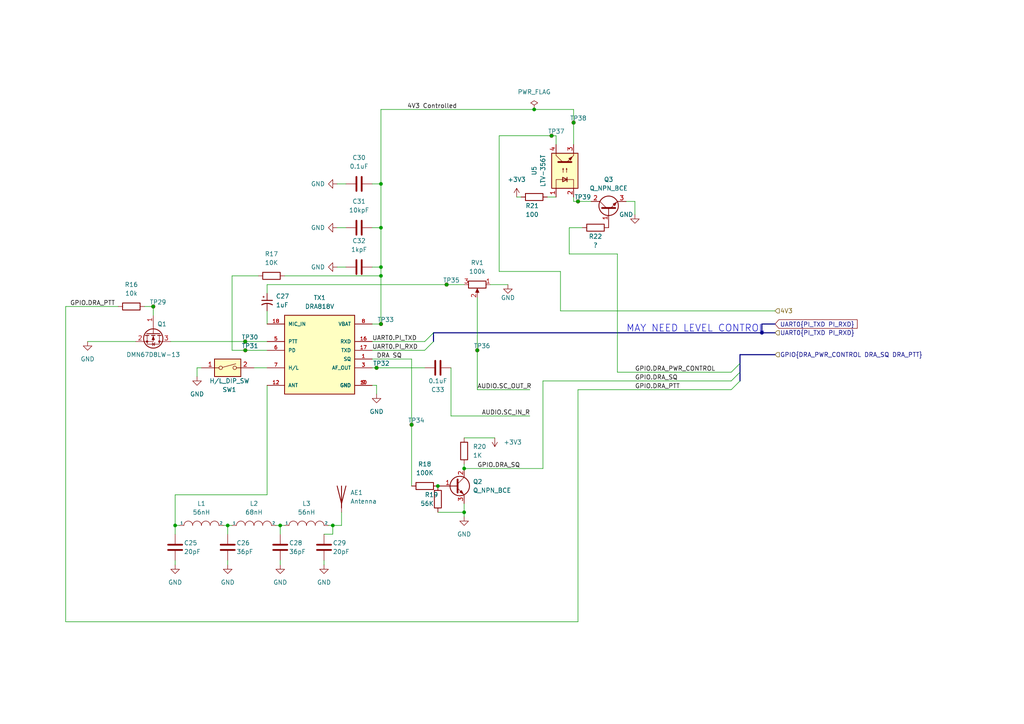
<source format=kicad_sch>
(kicad_sch (version 20211123) (generator eeschema)
  (paper "A4")
  (lib_symbols
    (symbol "Connector:TestPoint_Small" (pin_numbers hide) (pin_names (offset 0.762) hide)
      (property "Reference" "TP" (at 0 3.81 0))
      (property "Value" "TestPoint_Small" (at 0 2.032 0))
      (symbol "TestPoint_Small_0_1"
        (circle (center 0 0) (radius 0.508))
      )
      (symbol "TestPoint_Small_1_1"
        (pin passive line (at 0 0 90) (length 0) (name "1") (number "1"))
      )
    )
    (symbol "DRA818V:DRA818V" (pin_names (offset 1.016))
      (property "Reference" "U" (at -10.1661 13.2159 0))
      (property "Value" "DRA818V" (at -10.1663 -12.7078 0))
      (symbol "DRA818V_0_0"
        (rectangle (start -10.16 -10.16) (end 10.16 12.7) (stroke (width 0.254)) (fill (type background)))
        (pin output line (at 15.24 0 180) (length 5.08) (name "SQ") (number "1"))
        (pin power_in line (at 15.24 -7.62 180) (length 5.08) (name "GND") (number "10"))
        (pin passive line (at -15.24 -7.62 0) (length 5.08) (name "ANT") (number "12"))
        (pin input line (at 15.24 5.08 180) (length 5.08) (name "RXD") (number "16"))
        (pin output line (at 15.24 2.54 180) (length 5.08) (name "TXD") (number "17"))
        (pin input line (at -15.24 10.16 0) (length 5.08) (name "MIC_IN") (number "18"))
        (pin output line (at 15.24 -2.54 180) (length 5.08) (name "AF_OUT") (number "3"))
        (pin input line (at -15.24 5.08 0) (length 5.08) (name "PTT") (number "5"))
        (pin input line (at -15.24 2.54 0) (length 5.08) (name "PD") (number "6"))
        (pin input line (at -15.24 -2.54 0) (length 5.08) (name "H/L") (number "7"))
        (pin power_in line (at 15.24 10.16 180) (length 5.08) (name "VBAT") (number "8"))
        (pin power_in line (at 15.24 -7.62 180) (length 5.08) (name "GND") (number "9"))
      )
    )
    (symbol "Device:Antenna" (pin_numbers hide) (pin_names (offset 1.016) hide)
      (property "Reference" "AE" (at -1.905 1.905 0))
      (property "Value" "Antenna" (at -1.905 0 0))
      (symbol "Antenna_0_1"
        (polyline (pts (xy 0 2.54) (xy 0 -3.81)) (stroke (width 0.254)))
        (polyline (pts (xy 1.27 2.54) (xy 0 -2.54) (xy -1.27 2.54)) (stroke (width 0.254)))
      )
      (symbol "Antenna_1_1"
        (pin input line (at 0 -5.08 90) (length 2.54) (name "A") (number "1"))
      )
    )
    (symbol "Device:C" (pin_numbers hide) (pin_names (offset 0.254))
      (property "Reference" "C" (at 0.635 2.54 0))
      (property "Value" "C" (at 0.635 -2.54 0))
      (symbol "C_0_1"
        (polyline (pts (xy -2.032 -0.762) (xy 2.032 -0.762)) (stroke (width 0.508)))
        (polyline (pts (xy -2.032 0.762) (xy 2.032 0.762)) (stroke (width 0.508)))
      )
      (symbol "C_1_1"
        (pin passive line (at 0 3.81 270) (length 2.794) (name "~") (number "1"))
        (pin passive line (at 0 -3.81 90) (length 2.794) (name "~") (number "2"))
      )
    )
    (symbol "Device:C_Polarized_Small_US" (pin_numbers hide) (pin_names (offset 0.254) hide)
      (property "Reference" "C" (at 0.254 1.778 0))
      (property "Value" "C_Polarized_Small_US" (at 0.254 -2.032 0))
      (symbol "C_Polarized_Small_US_0_1"
        (polyline (pts (xy -1.524 0.508) (xy 1.524 0.508)) (stroke (width 0.3048)))
        (polyline (pts (xy -1.27 1.524) (xy -0.762 1.524)))
        (polyline (pts (xy -1.016 1.27) (xy -1.016 1.778)))
        (arc (start 1.524 -0.762) (mid 0 -0.3734) (end -1.524 -0.762) (stroke (width 0.3048)))
      )
      (symbol "C_Polarized_Small_US_1_1"
        (pin passive line (at 0 2.54 270) (length 2.032) (name "~") (number "1"))
        (pin passive line (at 0 -2.54 90) (length 2.032) (name "~") (number "2"))
      )
    )
    (symbol "Device:Q_NPN_BCE" (pin_names (offset 0) hide)
      (property "Reference" "Q" (at 5.08 1.27 0))
      (property "Value" "Q_NPN_BCE" (at 5.08 -1.27 0))
      (symbol "Q_NPN_BCE_0_1"
        (polyline (pts (xy 0.635 0.635) (xy 2.54 2.54)))
        (polyline (pts (xy 0.635 -0.635) (xy 2.54 -2.54) (xy 2.54 -2.54)))
        (polyline (pts (xy 0.635 1.905) (xy 0.635 -1.905) (xy 0.635 -1.905)) (stroke (width 0.508)))
        (polyline (pts (xy 1.27 -1.778) (xy 1.778 -1.27) (xy 2.286 -2.286) (xy 1.27 -1.778) (xy 1.27 -1.778)) (fill (type outline)))
        (circle (center 1.27 0) (radius 2.8194) (stroke (width 0.254)))
      )
      (symbol "Q_NPN_BCE_1_1"
        (pin input line (at -5.08 0 0) (length 5.715) (name "B") (number "1"))
        (pin passive line (at 2.54 5.08 270) (length 2.54) (name "C") (number "2"))
        (pin passive line (at 2.54 -5.08 90) (length 2.54) (name "E") (number "3"))
      )
    )
    (symbol "Device:R" (pin_numbers hide) (pin_names (offset 0))
      (property "Reference" "R" (at 2.032 0 90))
      (property "Value" "R" (at 0 0 90))
      (symbol "R_0_1"
        (rectangle (start -1.016 -2.54) (end 1.016 2.54) (stroke (width 0.254)))
      )
      (symbol "R_1_1"
        (pin passive line (at 0 3.81 270) (length 1.27) (name "~") (number "1"))
        (pin passive line (at 0 -3.81 90) (length 1.27) (name "~") (number "2"))
      )
    )
    (symbol "Device:R_Potentiometer" (pin_names (offset 1.016) hide)
      (property "Reference" "RV" (at -4.445 0 90))
      (property "Value" "R_Potentiometer" (at -2.54 0 90))
      (symbol "R_Potentiometer_0_1"
        (polyline (pts (xy 2.54 0) (xy 1.524 0)))
        (polyline (pts (xy 1.143 0) (xy 2.286 0.508) (xy 2.286 -0.508) (xy 1.143 0)) (fill (type outline)))
        (rectangle (start 1.016 2.54) (end -1.016 -2.54) (stroke (width 0.254)))
      )
      (symbol "R_Potentiometer_1_1"
        (pin passive line (at 0 3.81 270) (length 1.27) (name "1") (number "1"))
        (pin passive line (at 3.81 0 180) (length 1.27) (name "2") (number "2"))
        (pin passive line (at 0 -3.81 90) (length 1.27) (name "3") (number "3"))
      )
    )
    (symbol "Isolator:LTV-356T" (pin_names (offset 1.016))
      (property "Reference" "U" (at -5.334 4.826 0))
      (property "Value" "LTV-356T" (at 0 5.08 0))
      (symbol "LTV-356T_0_1"
        (rectangle (start -5.08 3.81) (end 5.08 -3.81) (stroke (width 0.254)) (fill (type background)))
        (polyline (pts (xy -3.175 -0.635) (xy -1.905 -0.635)) (stroke (width 0.254)))
        (polyline (pts (xy 2.54 0.635) (xy 4.445 2.54)))
        (polyline (pts (xy 4.445 -2.54) (xy 2.54 -0.635)) (fill (type outline)))
        (polyline (pts (xy 4.445 -2.54) (xy 5.08 -2.54)))
        (polyline (pts (xy 4.445 2.54) (xy 5.08 2.54)))
        (polyline (pts (xy -5.08 2.54) (xy -2.54 2.54) (xy -2.54 -0.762)))
        (polyline (pts (xy -2.54 -0.635) (xy -2.54 -2.54) (xy -5.08 -2.54)))
        (polyline (pts (xy 2.54 1.905) (xy 2.54 -1.905) (xy 2.54 -1.905)) (stroke (width 0.508)))
        (polyline (pts (xy -2.54 -0.635) (xy -3.175 0.635) (xy -1.905 0.635) (xy -2.54 -0.635)) (stroke (width 0.254)))
        (polyline (pts (xy -0.508 -0.508) (xy 0.762 -0.508) (xy 0.381 -0.635) (xy 0.381 -0.381) (xy 0.762 -0.508)))
        (polyline (pts (xy -0.508 0.508) (xy 0.762 0.508) (xy 0.381 0.381) (xy 0.381 0.635) (xy 0.762 0.508)))
        (polyline (pts (xy 3.048 -1.651) (xy 3.556 -1.143) (xy 4.064 -2.159) (xy 3.048 -1.651) (xy 3.048 -1.651)) (fill (type outline)))
      )
      (symbol "LTV-356T_1_1"
        (pin passive line (at -7.62 2.54 0) (length 2.54) (name "~") (number "1"))
        (pin passive line (at -7.62 -2.54 0) (length 2.54) (name "~") (number "2"))
        (pin passive line (at 7.62 -2.54 180) (length 2.54) (name "~") (number "3"))
        (pin passive line (at 7.62 2.54 180) (length 2.54) (name "~") (number "4"))
      )
    )
    (symbol "Switch:SW_DIP_x01" (pin_names (offset 0) hide)
      (property "Reference" "SW" (at 0 3.81 0))
      (property "Value" "SW_DIP_x01" (at 0 -3.81 0))
      (symbol "SW_DIP_x01_0_0"
        (circle (center -2.032 0) (radius 0.508))
        (polyline (pts (xy -1.524 0.127) (xy 2.3622 1.1684)))
        (circle (center 2.032 0) (radius 0.508))
      )
      (symbol "SW_DIP_x01_0_1"
        (rectangle (start -3.81 2.54) (end 3.81 -2.54) (stroke (width 0.254)) (fill (type background)))
      )
      (symbol "SW_DIP_x01_1_1"
        (pin passive line (at -7.62 0 0) (length 5.08) (name "~") (number "1"))
        (pin passive line (at 7.62 0 180) (length 5.08) (name "~") (number "2"))
      )
    )
    (symbol "Transistor_FET:2N7002K" (pin_names hide)
      (property "Reference" "Q" (at 5.08 1.905 0))
      (property "Value" "2N7002K" (at 5.08 0 0))
      (symbol "2N7002K_0_1"
        (polyline (pts (xy 0.254 0) (xy -2.54 0)))
        (polyline (pts (xy 0.254 1.905) (xy 0.254 -1.905)) (stroke (width 0.254)))
        (polyline (pts (xy 0.762 -1.27) (xy 0.762 -2.286)) (stroke (width 0.254)))
        (polyline (pts (xy 0.762 0.508) (xy 0.762 -0.508)) (stroke (width 0.254)))
        (polyline (pts (xy 0.762 2.286) (xy 0.762 1.27)) (stroke (width 0.254)))
        (polyline (pts (xy 2.54 2.54) (xy 2.54 1.778)))
        (polyline (pts (xy 2.54 -2.54) (xy 2.54 0) (xy 0.762 0)))
        (polyline (pts (xy 0.762 -1.778) (xy 3.302 -1.778) (xy 3.302 1.778) (xy 0.762 1.778)))
        (polyline (pts (xy 1.016 0) (xy 2.032 0.381) (xy 2.032 -0.381) (xy 1.016 0)) (fill (type outline)))
        (polyline (pts (xy 2.794 0.508) (xy 2.921 0.381) (xy 3.683 0.381) (xy 3.81 0.254)))
        (polyline (pts (xy 3.302 0.381) (xy 2.921 -0.254) (xy 3.683 -0.254) (xy 3.302 0.381)))
        (circle (center 1.651 0) (radius 2.794) (stroke (width 0.254)))
        (circle (center 2.54 -1.778) (radius 0.254) (fill (type outline)))
        (circle (center 2.54 1.778) (radius 0.254) (fill (type outline)))
      )
      (symbol "2N7002K_1_1"
        (pin input line (at -5.08 0 0) (length 2.54) (name "G") (number "1"))
        (pin passive line (at 2.54 -5.08 90) (length 2.54) (name "S") (number "2"))
        (pin passive line (at 2.54 5.08 270) (length 2.54) (name "D") (number "3"))
      )
    )
    (symbol "power:+3V3" (power) (pin_names (offset 0))
      (property "Value" "+3V3" (at 0 3.556 0))
      (symbol "+3V3_0_1"
        (polyline (pts (xy -0.762 1.27) (xy 0 2.54)))
        (polyline (pts (xy 0 0) (xy 0 2.54)))
        (polyline (pts (xy 0 2.54) (xy 0.762 1.27)))
      )
      (symbol "+3V3_1_1"
        (pin power_in line (at 0 0 90) (length 0) hide (name "+3V3") (number "1"))
      )
    )
    (symbol "power:GND" (power) (pin_names (offset 0))
      (property "Value" "GND" (at 0 -3.81 0))
      (symbol "GND_0_1"
        (polyline (pts (xy 0 0) (xy 0 -1.27) (xy 1.27 -1.27) (xy 0 -2.54) (xy -1.27 -1.27) (xy 0 -1.27)))
      )
      (symbol "GND_1_1"
        (pin power_in line (at 0 0 270) (length 0) hide (name "GND") (number "1"))
      )
    )
    (symbol "power:PWR_FLAG" (power) (pin_numbers hide) (pin_names (offset 0) hide)
      (property "Value" "PWR_FLAG" (at 0 3.81 0))
      (symbol "PWR_FLAG_0_0"
        (pin power_out line (at 0 0 90) (length 0) (name "pwr") (number "1"))
      )
      (symbol "PWR_FLAG_0_1"
        (polyline (pts (xy 0 0) (xy 0 1.27) (xy -1.016 1.905) (xy 0 2.54) (xy 1.016 1.905) (xy 0 1.27)))
      )
    )
    (symbol "pspice:INDUCTOR" (pin_numbers hide) (pin_names (offset 0))
      (property "Reference" "L" (at 0 2.54 0))
      (property "Value" "INDUCTOR" (at 0 -1.27 0))
      (symbol "INDUCTOR_0_1"
        (arc (start -2.54 0) (mid -3.81 1.27) (end -5.08 0))
        (arc (start 0 0) (mid -1.27 1.27) (end -2.54 0))
        (arc (start 2.54 0) (mid 1.27 1.27) (end 0 0))
        (arc (start 5.08 0) (mid 3.81 1.27) (end 2.54 0))
      )
      (symbol "INDUCTOR_1_1"
        (pin input line (at -6.35 0 0) (length 1.27) (name "1") (number "1"))
        (pin input line (at 6.35 0 180) (length 1.27) (name "2") (number "2"))
      )
    )
  )
  (junction (at 129.54 82.55))
  (junction (at 110.49 80.01))
  (junction (at 109.22 106.68))
  (junction (at 110.49 66.04))
  (junction (at 138.43 101.6))
  (junction (at 134.62 135.89))
  (junction (at 71.12 99.06))
  (junction (at 159.9711 39.37))
  (junction (at 167.64 58.42))
  (junction (at 71.1549 101.6))
  (junction (at 166.37 35.56))
  (junction (at 44.45 88.9))
  (junction (at 220.98 96.52))
  (junction (at 110.49 93.98))
  (junction (at 66.04 152.4))
  (junction (at 127 140.97))
  (junction (at 50.8 152.4))
  (junction (at 110.49 53.34))
  (junction (at 110.49 77.47))
  (junction (at 134.62 148.59))
  (junction (at 96.52 152.4))
  (junction (at 81.28 152.4))
  (junction (at 119.38 123.19))
  (junction (at 154.94 31.75))
  (bus_entry (at 214.63 107.95) (size -2.54 2.54))
  (bus_entry (at 125.73 99.06) (size -2.54 2.54))
  (bus_entry (at 214.63 105.41) (size -2.54 2.54))
  (bus_entry (at 125.73 96.52) (size -2.54 2.54))
  (bus_entry (at 214.63 110.49) (size -2.54 2.54))
  (wire (pts (xy 82.55 80.01) (xy 110.49 80.01)))
  (wire (pts (xy 81.28 162.56) (xy 81.28 163.83)))
  (wire (pts (xy 159.9711 39.37) (xy 144.78 39.37)))
  (wire (pts (xy 119.38 104.14) (xy 119.38 123.19)))
  (wire (pts (xy 96.52 152.4) (xy 99.06 152.4)))
  (wire (pts (xy 162.56 78.74) (xy 162.56 90.17)))
  (wire (pts (xy 64.77 152.4) (xy 66.04 152.4)))
  (bus (pts (xy 220.98 96.52) (xy 224.79 96.52)))
  (wire (pts (xy 157.48 110.49) (xy 212.09 110.49)))
  (wire (pts (xy 162.56 90.17) (xy 224.79 90.17)))
  (wire (pts (xy 58.42 106.68) (xy 57.15 106.68)))
  (wire (pts (xy 110.49 80.01) (xy 110.49 93.98)))
  (bus (pts (xy 125.73 96.52) (xy 125.73 99.06)))
  (wire (pts (xy 66.04 162.56) (xy 66.04 163.83)))
  (wire (pts (xy 166.37 31.75) (xy 166.37 35.56)))
  (wire (pts (xy 130.81 120.65) (xy 153.67 120.65)))
  (wire (pts (xy 57.15 106.68) (xy 57.15 109.22)))
  (wire (pts (xy 19.05 180.34) (xy 167.64 180.34)))
  (wire (pts (xy 107.95 77.47) (xy 110.49 77.47)))
  (wire (pts (xy 97.79 77.47) (xy 100.33 77.47)))
  (wire (pts (xy 77.47 143.51) (xy 77.47 111.76)))
  (wire (pts (xy 41.91 88.9) (xy 44.45 88.9)))
  (wire (pts (xy 71.1549 101.6) (xy 77.47 101.6)))
  (wire (pts (xy 144.78 78.74) (xy 162.56 78.74)))
  (wire (pts (xy 81.28 152.4) (xy 81.28 154.94)))
  (wire (pts (xy 138.43 86.36) (xy 138.43 101.6)))
  (wire (pts (xy 134.62 135.89) (xy 157.48 135.89)))
  (wire (pts (xy 50.8 162.56) (xy 50.8 163.83)))
  (wire (pts (xy 110.49 31.75) (xy 110.49 53.34)))
  (wire (pts (xy 67.31 101.6) (xy 67.31 80.01)))
  (wire (pts (xy 66.04 152.4) (xy 66.04 154.94)))
  (wire (pts (xy 130.81 120.65) (xy 130.81 106.68)))
  (wire (pts (xy 107.95 99.06) (xy 123.19 99.06)))
  (wire (pts (xy 134.62 127) (xy 143.51 127)))
  (wire (pts (xy 167.64 180.34) (xy 167.64 113.03)))
  (wire (pts (xy 50.8 143.51) (xy 77.47 143.51)))
  (wire (pts (xy 109.22 111.76) (xy 109.22 114.3)))
  (wire (pts (xy 138.43 113.03) (xy 153.67 113.03)))
  (bus (pts (xy 125.73 96.52) (xy 220.98 96.52)))
  (wire (pts (xy 44.45 88.9) (xy 44.45 91.44)))
  (wire (pts (xy 138.43 101.6) (xy 138.43 113.03)))
  (wire (pts (xy 96.52 152.4) (xy 96.52 154.94)))
  (wire (pts (xy 166.37 31.75) (xy 154.94 31.75)))
  (wire (pts (xy 161.29 39.37) (xy 161.29 41.91)))
  (wire (pts (xy 129.54 82.55) (xy 134.62 82.55)))
  (wire (pts (xy 25.4 99.06) (xy 39.37 99.06)))
  (bus (pts (xy 214.63 107.95) (xy 214.63 105.41)))
  (wire (pts (xy 93.98 154.94) (xy 96.52 154.94)))
  (wire (pts (xy 110.49 53.34) (xy 110.49 66.04)))
  (wire (pts (xy 107.95 53.34) (xy 110.49 53.34)))
  (wire (pts (xy 107.95 101.6) (xy 123.19 101.6)))
  (wire (pts (xy 50.8 152.4) (xy 50.8 143.51)))
  (wire (pts (xy 93.98 162.56) (xy 93.98 163.83)))
  (wire (pts (xy 181.61 58.42) (xy 184.15 58.42)))
  (wire (pts (xy 71.12 99.06) (xy 77.47 99.06)))
  (wire (pts (xy 110.49 77.47) (xy 110.49 80.01)))
  (wire (pts (xy 167.64 58.42) (xy 171.45 58.42)))
  (wire (pts (xy 157.48 135.89) (xy 157.48 110.49)))
  (wire (pts (xy 179.07 107.95) (xy 179.07 73.66)))
  (wire (pts (xy 165.1 73.66) (xy 179.07 73.66)))
  (wire (pts (xy 134.62 148.59) (xy 134.62 149.86)))
  (wire (pts (xy 99.06 148.59) (xy 99.06 152.4)))
  (wire (pts (xy 95.25 152.4) (xy 96.52 152.4)))
  (wire (pts (xy 80.01 152.4) (xy 81.28 152.4)))
  (wire (pts (xy 50.8 152.4) (xy 52.07 152.4)))
  (wire (pts (xy 127 148.59) (xy 134.62 148.59)))
  (wire (pts (xy 158.75 57.15) (xy 161.29 57.15)))
  (wire (pts (xy 134.62 134.62) (xy 134.62 135.89)))
  (wire (pts (xy 66.04 152.4) (xy 67.31 152.4)))
  (wire (pts (xy 166.37 58.42) (xy 166.37 57.15)))
  (wire (pts (xy 168.91 66.04) (xy 165.1 66.04)))
  (wire (pts (xy 144.78 39.37) (xy 144.78 78.74)))
  (bus (pts (xy 224.79 102.87) (xy 214.63 102.87)))
  (wire (pts (xy 50.8 154.94) (xy 50.8 152.4)))
  (wire (pts (xy 107.95 111.76) (xy 109.22 111.76)))
  (wire (pts (xy 166.37 58.42) (xy 167.64 58.42)))
  (wire (pts (xy 149.86 57.15) (xy 151.13 57.15)))
  (wire (pts (xy 119.38 123.19) (xy 119.38 140.97)))
  (bus (pts (xy 214.63 110.49) (xy 214.63 107.95)))
  (wire (pts (xy 161.29 39.37) (xy 159.9711 39.37)))
  (wire (pts (xy 19.05 88.9) (xy 19.05 180.34)))
  (wire (pts (xy 107.95 66.04) (xy 110.49 66.04)))
  (wire (pts (xy 77.47 82.55) (xy 77.47 85.09)))
  (bus (pts (xy 214.63 105.41) (xy 214.63 102.87)))
  (wire (pts (xy 134.62 146.05) (xy 134.62 148.59)))
  (wire (pts (xy 97.79 66.04) (xy 100.33 66.04)))
  (wire (pts (xy 107.95 93.98) (xy 110.49 93.98)))
  (wire (pts (xy 19.05 88.9) (xy 34.29 88.9)))
  (wire (pts (xy 77.47 82.55) (xy 129.54 82.55)))
  (wire (pts (xy 110.49 66.04) (xy 110.49 77.47)))
  (bus (pts (xy 224.79 93.98) (xy 220.98 93.98)))
  (wire (pts (xy 212.09 107.95) (xy 179.07 107.95)))
  (wire (pts (xy 77.47 90.17) (xy 77.47 93.98)))
  (bus (pts (xy 220.98 93.98) (xy 220.98 96.52)))
  (wire (pts (xy 107.95 104.14) (xy 119.38 104.14)))
  (wire (pts (xy 166.37 35.56) (xy 166.37 41.91)))
  (wire (pts (xy 67.31 101.6) (xy 71.1549 101.6)))
  (wire (pts (xy 81.28 152.4) (xy 82.55 152.4)))
  (wire (pts (xy 109.22 106.68) (xy 123.19 106.68)))
  (wire (pts (xy 184.15 58.42) (xy 184.15 62.23)))
  (wire (pts (xy 165.1 66.04) (xy 165.1 73.66)))
  (wire (pts (xy 154.94 31.75) (xy 110.49 31.75)))
  (wire (pts (xy 167.64 113.03) (xy 212.09 113.03)))
  (wire (pts (xy 97.79 53.34) (xy 100.33 53.34)))
  (wire (pts (xy 67.31 80.01) (xy 74.93 80.01)))
  (wire (pts (xy 49.53 99.06) (xy 71.12 99.06)))
  (wire (pts (xy 142.24 82.55) (xy 147.32 82.55)))
  (wire (pts (xy 107.95 106.68) (xy 109.22 106.68)))
  (wire (pts (xy 73.66 106.68) (xy 77.47 106.68)))
  (text "MAY NEED LEVEL CONTROL\n" (at 181.61 96.52 0) (effects (font (size 2 2)) (justify left bottom)))
  (label "GPIO.DRA_PTT" (at 20.32 88.9 0))
  (label "GPIO.DRA_SQ" (at 184.15 110.49 0))
  (label "GPIO.DRA_SQ" (at 138.43 135.89 0))
  (label "AUDIO.SC_OUT_R" (at 138.43 113.03 0))
  (label "UART0.PI_TXD" (at 107.95 99.06 0))
  (label "GPIO.DRA_PTT" (at 184.15 113.03 0))
  (label "DRA SQ" (at 109.22 104.14 0))
  (label "4V3 Controlled" (at 118.11 31.75 0))
  (label "UART0.PI_RXD" (at 107.95 101.6 0))
  (label "AUDIO.SC_IN_R" (at 139.7 120.65 0))
  (label "GPIO.DRA_PWR_CONTROL" (at 184.15 107.95 0))
  (global_label "UART0{PI_TXD PI_RXD}" (shape input) (at 224.79 93.98 0) (property "Intersheet References" "${INTERSHEET_REFS}" (effects hide)))
  (hierarchical_label "4V3" (shape input) (at 224.79 90.17 0))
  (hierarchical_label "UART0{PI_TXD PI_RXD}" (shape input) (at 224.79 96.52 0))
  (hierarchical_label "GPIO{DRA_PWR_CONTROL DRA_SQ DRA_PTT}" (shape input) (at 224.79 102.87 0))
  (symbol (lib_id "Device:R") (at 134.62 130.81 0) (unit 1)
    (property "Reference" "R20" (at 137.16 129.5399 0) (effects (justify left)))
    (property "Value" "1K" (at 137.16 132.0799 0) (effects (justify left)))
    (property "Footprint" "Resistor_SMD:R_0603_1608Metric_Pad0.98x0.95mm_HandSolder" (effects hide))
    (property "Digikey" "https://www.digikey.com/short/f10jtr77" (effects hide))
    (property "Unit Price" "0.10" (effects hide))
  )
  (symbol (lib_id "pspice:INDUCTOR") (at 73.66 152.4 0) (unit 1)
    (property "Reference" "L2" (at 73.66 146.05 0))
    (property "Value" "68nH" (at 73.66 148.59 0))
    (property "Footprint" "footprints:IND_AIAC-1812-33NK-T" (effects hide))
    (property "Digikey" "https://www.digikey.com/short/p9jjjhfr" (effects hide))
    (property "Unit Price" ".63" (effects hide))
  )
  (symbol (lib_id "power:GND") (at 97.79 77.47 270) (unit 1)
    (property "Reference" "#PWR0160" (effects hide))
    (property "Value" "GND" (at 90.17 77.47 90) (effects (justify left)))
  )
  (symbol (lib_id "Device:Q_NPN_BCE") (at 176.53 60.96 90) (unit 1)
    (property "Reference" "Q3" (at 176.53 52.07 90))
    (property "Value" "Q_NPN_BCE" (at 176.53 54.61 90))
    (property "Footprint" "Package_TO_SOT_SMD:SOT-23" (effects hide))
    (property "Digikey" "https://www.digikey.com/short/b477vdt4" (effects hide))
    (property "Unit Price" "$0.18" (effects hide))
  )
  (symbol (lib_id "power:GND") (at 97.79 53.34 270) (unit 1)
    (property "Reference" "#PWR0152" (effects hide))
    (property "Value" "GND" (at 90.17 53.34 90) (effects (justify left)))
  )
  (symbol (lib_id "power:GND") (at 93.98 163.83 0) (unit 1)
    (property "Reference" "#PWR0157" (effects hide))
    (property "Value" "GND" (at 93.98 168.91 0))
  )
  (symbol (lib_id "Connector:TestPoint_Small") (at 166.37 35.56 0) (mirror y) (unit 1)
    (property "Reference" "TP38" (at 170.18 34.29 0) (effects (justify left)))
    (property "Value" "Test Point" (effects hide))
    (property "Footprint" "TestPoint:TestPoint_Pad_D1.0mm" (effects hide))
  )
  (symbol (lib_id "Connector:TestPoint_Small") (at 159.9711 39.37 0) (mirror y) (unit 1)
    (property "Reference" "TP37" (at 163.7811 38.1 0) (effects (justify left)))
    (property "Value" "Test Point" (effects hide))
    (property "Footprint" "TestPoint:TestPoint_Pad_D1.0mm" (effects hide))
  )
  (symbol (lib_id "pspice:INDUCTOR") (at 88.9 152.4 0) (unit 1)
    (property "Reference" "L3" (at 88.9 146.05 0))
    (property "Value" "56nH" (at 88.9 148.59 0))
    (property "Footprint" "footprints:IND_AIAC-1812-33NK-T" (effects hide))
    (property "Digikey" "https://www.digikey.com/short/9vrrnz3q" (effects hide))
    (property "Unit Price" ".67" (effects hide))
  )
  (symbol (lib_id "power:GND") (at 147.32 82.55 0) (unit 1)
    (property "Reference" "#PWR0147" (effects hide))
    (property "Value" "GND" (at 147.32 86.36 0))
  )
  (symbol (lib_id "Connector:TestPoint_Small") (at 119.38 123.19 0) (mirror y) (unit 1)
    (property "Reference" "TP34" (at 123.19 121.92 0) (effects (justify left)))
    (property "Value" "Test Point" (effects hide))
    (property "Footprint" "TestPoint:TestPoint_Pad_D1.0mm" (effects hide))
  )
  (symbol (lib_id "Device:C") (at 127 106.68 90) (unit 1)
    (property "Reference" "C33" (at 127 113.03 90))
    (property "Value" "0.1uF" (at 127 110.49 90))
    (property "Footprint" "Capacitor_SMD:C_0603_1608Metric_Pad1.08x0.95mm_HandSolder" (effects hide))
    (property "Digikey" "https://www.digikey.com/short/3wn2fdb2" (effects hide))
    (property "Unit Price" "0.10" (effects hide))
  )
  (symbol (lib_id "power:GND") (at 134.62 149.86 0) (unit 1)
    (property "Reference" "#PWR0150" (effects hide))
    (property "Value" "GND" (at 134.62 154.94 0))
  )
  (symbol (lib_id "Connector:TestPoint_Small") (at 138.43 101.6 0) (mirror y) (unit 1)
    (property "Reference" "TP36" (at 142.24 100.33 0) (effects (justify left)))
    (property "Value" "Test Point" (effects hide))
    (property "Footprint" "TestPoint:TestPoint_Pad_D1.0mm" (effects hide))
  )
  (symbol (lib_id "power:GND") (at 81.28 163.83 0) (unit 1)
    (property "Reference" "#PWR0154" (effects hide))
    (property "Value" "GND" (at 81.28 168.91 0))
  )
  (symbol (lib_id "Connector:TestPoint_Small") (at 167.64 58.42 0) (mirror y) (unit 1)
    (property "Reference" "TP39" (at 171.45 57.15 0) (effects (justify left)))
    (property "Value" "Test Point" (effects hide))
    (property "Footprint" "TestPoint:TestPoint_Pad_D1.0mm" (effects hide))
  )
  (symbol (lib_id "power:GND") (at 50.8 163.83 0) (unit 1)
    (property "Reference" "#PWR0155" (effects hide))
    (property "Value" "GND" (at 50.8 168.91 0))
  )
  (symbol (lib_id "Device:R") (at 154.94 57.15 270) (unit 1)
    (property "Reference" "R21" (at 152.4 59.69 90) (effects (justify left)))
    (property "Value" "100" (at 152.4 62.23 90) (effects (justify left)))
    (property "Footprint" "Resistor_SMD:R_0805_2012Metric_Pad1.20x1.40mm_HandSolder" (effects hide))
    (property "Min Wat" "0.036" (effects hide))
    (property "Digikey" "https://www.digikey.com/short/j2drdv0p" (effects hide))
    (property "Unit Price" "0.10" (effects hide))
  )
  (symbol (lib_id "Device:C") (at 104.14 53.34 90) (unit 1)
    (property "Reference" "C30" (at 104.14 45.72 90))
    (property "Value" "0.1uF" (at 104.14 48.26 90))
    (property "Footprint" "Capacitor_SMD:C_0603_1608Metric_Pad1.08x0.95mm_HandSolder" (effects hide))
    (property "Digikey" "https://www.digikey.com/short/3wn2fdb2" (effects hide))
    (property "Unit Price" "0.10" (effects hide))
  )
  (symbol (lib_id "Device:R") (at 123.19 140.97 90) (unit 1)
    (property "Reference" "R18" (at 123.19 134.62 90))
    (property "Value" "100K" (at 123.19 137.16 90))
    (property "Footprint" "Resistor_SMD:R_0603_1608Metric_Pad0.98x0.95mm_HandSolder" (effects hide))
    (property "Digikey" "https://www.digikey.com/short/djq9jdpp" (effects hide))
    (property "Unit Price" "0.10" (effects hide))
  )
  (symbol (lib_id "Device:C") (at 81.28 158.75 0) (unit 1)
    (property "Reference" "C28" (at 83.82 157.48 0) (effects (justify left)))
    (property "Value" "36pF" (at 83.82 160.02 0) (effects (justify left)))
    (property "Footprint" "Capacitor_SMD:C_0603_1608Metric_Pad1.08x0.95mm_HandSolder" (effects hide))
    (property "Digikey" "https://www.digikey.com/short/327pncbq" (effects hide))
    (property "Unit Price" "0.10" (effects hide))
  )
  (symbol (lib_id "Connector:TestPoint_Small") (at 71.12 99.06 0) (mirror y) (unit 1)
    (property "Reference" "TP30" (at 74.93 97.79 0) (effects (justify left)))
    (property "Value" "Test Point" (effects hide))
    (property "Footprint" "TestPoint:TestPoint_Pad_D1.0mm" (effects hide))
  )
  (symbol (lib_id "power:+3V3") (at 143.51 127 180) (unit 1)
    (property "Reference" "#PWR0149" (effects hide))
    (property "Value" "+3V3" (at 146.05 128.2699 0) (effects (justify right)))
  )
  (symbol (lib_id "Device:C") (at 50.8 158.75 0) (unit 1)
    (property "Reference" "C25" (at 53.34 157.48 0) (effects (justify left)))
    (property "Value" "20pF" (at 53.34 160.02 0) (effects (justify left)))
    (property "Footprint" "Capacitor_SMD:C_0603_1608Metric_Pad1.08x0.95mm_HandSolder" (effects hide))
    (property "Digikey" "https://www.digikey.com/short/fmjn8mbp" (effects hide))
    (property "Unit Price" "0.10" (effects hide))
  )
  (symbol (lib_id "power:GND") (at 184.15 62.23 0) (unit 1)
    (property "Reference" "#PWR0161" (effects hide))
    (property "Value" "GND" (at 181.61 62.23 0))
  )
  (symbol (lib_id "Connector:TestPoint_Small") (at 44.45 88.9 0) (mirror y) (unit 1)
    (property "Reference" "TP29" (at 48.26 87.63 0) (effects (justify left)))
    (property "Value" "Test Point" (effects hide))
    (property "Footprint" "TestPoint:TestPoint_Pad_D1.0mm" (effects hide))
  )
  (symbol (lib_id "Device:Antenna") (at 99.06 143.51 0) (unit 1)
    (property "Reference" "AE1" (at 101.6 142.8749 0) (effects (justify left)))
    (property "Value" "Antenna" (at 101.6 145.4149 0) (effects (justify left)))
    (property "Footprint" "footprints:LINX_CONSMA001-G" (effects hide))
  )
  (symbol (lib_id "Device:C") (at 93.98 158.75 0) (unit 1)
    (property "Reference" "C29" (at 96.52 157.48 0) (effects (justify left)))
    (property "Value" "20pF" (at 96.52 160.02 0) (effects (justify left)))
    (property "Footprint" "Capacitor_SMD:C_0603_1608Metric_Pad1.08x0.95mm_HandSolder" (effects hide))
    (property "Digikey" "https://www.digikey.com/short/fmjn8mbp" (effects hide))
    (property "Unit Price" "0.10" (effects hide))
  )
  (symbol (lib_id "Device:R_Potentiometer") (at 138.43 82.55 270) (unit 1)
    (property "Reference" "RV1" (at 138.43 76.2 90))
    (property "Value" "100k" (at 138.43 78.74 90))
    (property "Footprint" "footprints:TRIM_3361P-1-104GLF" (effects hide))
    (property "Digikey" "https://www.digikey.com/short/vp58mvrf" (effects hide))
    (property "Unit Price" "1.27" (effects hide))
  )
  (symbol (lib_id "power:GND") (at 109.22 114.3 0) (unit 1)
    (property "Reference" "#PWR0159" (effects hide))
    (property "Value" "GND" (at 109.22 119.38 0))
  )
  (symbol (lib_id "Switch:SW_DIP_x01") (at 66.04 106.68 0) (unit 1)
    (property "Reference" "SW1" (at 68.58 113.03 0) (effects (justify right)))
    (property "Value" "H/L_DIP_SW" (at 72.39 110.49 0) (effects (justify right)))
    (property "Footprint" "Button_Switch_THT:SW_DIP_SPSTx01_Slide_6.7x4.1mm_W7.62mm_P2.54mm_LowProfile" (effects hide))
    (property "Digikey" "https://www.digikey.com/short/hh7p03qq" (effects hide))
    (property "Unit Price" "0.42" (effects hide))
  )
  (symbol (lib_id "Device:R") (at 78.74 80.01 90) (unit 1)
    (property "Reference" "R17" (at 78.74 73.66 90))
    (property "Value" "10K" (at 78.74 76.2 90))
    (property "Footprint" "Resistor_SMD:R_0805_2012Metric_Pad1.20x1.40mm_HandSolder" (effects hide))
    (property "Digikey" "https://www.digikey.com/short/qp0zwmnj" (effects hide))
    (property "Unit Price" "0.10" (effects hide))
  )
  (symbol (lib_id "power:PWR_FLAG") (at 154.94 31.75 0) (unit 1)
    (property "Reference" "#FLG0106" (effects hide))
    (property "Value" "PWR_FLAG" (at 154.94 26.67 0))
  )
  (symbol (lib_id "Transistor_FET:2N7002K") (at 44.45 96.52 270) (unit 1)
    (property "Reference" "Q1" (at 46.99 93.98 90))
    (property "Value" "DMN67D8LW-13" (at 44.45 102.87 90))
    (property "Footprint" "Package_TO_SOT_SMD:SOT-323_SC-70_Handsoldering" (effects hide))
    (property "Datasheet" "https://www.diodes.com/assets/Datasheets/ds30896.pdf" (effects hide))
    (property "Digikey" "https://www.digikey.com/short/vpj3wh87" (effects hide))
    (property "Unit Price" "0.26" (effects hide))
  )
  (symbol (lib_id "Device:R") (at 172.72 66.04 270) (unit 1)
    (property "Reference" "R22" (at 172.72 68.58 90))
    (property "Value" "?" (at 172.72 71.12 90))
    (property "Footprint" "Resistor_SMD:R_0603_1608Metric_Pad0.98x0.95mm_HandSolder" (effects hide))
    (property "Digikey" "?" (effects hide))
  )
  (symbol (lib_id "Device:C") (at 104.14 66.04 90) (unit 1)
    (property "Reference" "C31" (at 104.14 58.42 90))
    (property "Value" "10kpF" (at 104.14 60.96 90))
    (property "Footprint" "Capacitor_SMD:C_0603_1608Metric_Pad1.08x0.95mm_HandSolder" (effects hide))
    (property "Digikey" "https://www.digikey.com/short/0b20twhm" (effects hide))
    (property "Unit Price" "0.10" (effects hide))
  )
  (symbol (lib_id "power:GND") (at 57.15 109.22 0) (unit 1)
    (property "Reference" "#PWR0148" (effects hide))
    (property "Value" "GND" (at 57.15 114.3 0))
  )
  (symbol (lib_id "Connector:TestPoint_Small") (at 110.49 93.98 0) (mirror y) (unit 1)
    (property "Reference" "TP33" (at 114.3 92.71 0) (effects (justify left)))
    (property "Value" "Test Point" (effects hide))
    (property "Footprint" "TestPoint:TestPoint_Pad_D1.0mm" (effects hide))
  )
  (symbol (lib_id "Device:C") (at 66.04 158.75 0) (unit 1)
    (property "Reference" "C26" (at 68.58 157.48 0) (effects (justify left)))
    (property "Value" "36pF" (at 68.58 160.02 0) (effects (justify left)))
    (property "Footprint" "Capacitor_SMD:C_0603_1608Metric_Pad1.08x0.95mm_HandSolder" (effects hide))
    (property "Digikey" "https://www.digikey.com/short/327pncbq" (effects hide))
    (property "Unit Price" "0.10" (effects hide))
  )
  (symbol (lib_id "DRA818V:DRA818V") (at 92.71 104.14 0) (unit 1)
    (property "Reference" "TX1" (at 92.71 86.36 0))
    (property "Value" "DRA818V" (at 92.71 88.9 0))
    (property "Footprint" "footprints:DORJI_DRA818V" (effects hide))
    (property "MANUFACTURER" "DORJI" (effects hide))
    (property "STANDARD" "MANUFACTURER RECOMMENDATIONS" (effects hide))
    (property "PART_REV" "1.23" (effects hide))
    (property "Digikey" "eBay" (effects hide))
    (property "Unit Price" "12.28" (effects hide))
  )
  (symbol (lib_id "Connector:TestPoint_Small") (at 71.1549 101.6 0) (mirror y) (unit 1)
    (property "Reference" "TP31" (at 74.9649 100.33 0) (effects (justify left)))
    (property "Value" "Test Point" (effects hide))
    (property "Footprint" "TestPoint:TestPoint_Pad_D1.0mm" (effects hide))
  )
  (symbol (lib_id "Connector:TestPoint_Small") (at 129.54 82.55 0) (mirror y) (unit 1)
    (property "Reference" "TP35" (at 133.35 81.28 0) (effects (justify left)))
    (property "Value" "Test Point" (effects hide))
    (property "Footprint" "TestPoint:TestPoint_Pad_D1.0mm" (effects hide))
  )
  (symbol (lib_id "Device:Q_NPN_BCE") (at 132.08 140.97 0) (unit 1)
    (property "Reference" "Q2" (at 137.16 139.6999 0) (effects (justify left)))
    (property "Value" "Q_NPN_BCE" (at 137.16 142.2399 0) (effects (justify left)))
    (property "Footprint" "Package_TO_SOT_SMD:SOT-23" (effects hide))
    (property "Digikey" "https://www.digikey.com/short/b477vdt4" (effects hide))
    (property "Unit Price" "$0.18" (effects hide))
  )
  (symbol (lib_id "Connector:TestPoint_Small") (at 109.22 106.68 0) (mirror y) (unit 1)
    (property "Reference" "TP32" (at 113.03 105.41 0) (effects (justify left)))
    (property "Value" "Test Point" (effects hide))
    (property "Footprint" "TestPoint:TestPoint_Pad_D1.0mm" (effects hide))
  )
  (symbol (lib_id "Isolator:LTV-356T") (at 163.83 49.53 90) (unit 1)
    (property "Reference" "U5" (at 154.94 49.53 0))
    (property "Value" "LTV-356T" (at 157.48 49.53 0))
    (property "Footprint" "Package_SO:SO-4_4.4x3.6mm_P2.54mm" (effects hide))
    (property "Datasheet" "http://optoelectronics.liteon.com/upload/download/DS70-2001-010/S_110_LTV-356T%2020140520.pdf" (effects hide))
    (property "Input" "1.2V @ 20" (effects hide))
    (property "Digikey" "https://www.digikey.com/short/nbv0qj71" (effects hide))
    (property "Unit Price" "0.49" (effects hide))
  )
  (symbol (lib_id "power:GND") (at 97.79 66.04 270) (unit 1)
    (property "Reference" "#PWR0153" (effects hide))
    (property "Value" "GND" (at 90.17 66.04 90) (effects (justify left)))
  )
  (symbol (lib_id "Device:R") (at 127 144.78 0) (unit 1)
    (property "Reference" "R19" (at 123.19 143.51 0) (effects (justify left)))
    (property "Value" "56K" (at 121.92 146.05 0) (effects (justify left)))
    (property "Footprint" "Resistor_SMD:R_0603_1608Metric_Pad0.98x0.95mm_HandSolder" (effects hide))
    (property "Digikey" "https://www.digikey.com/short/bj31bf3h" (effects hide))
    (property "Unit Price" "0.10" (effects hide))
  )
  (symbol (lib_id "power:GND") (at 25.4 99.06 0) (unit 1)
    (property "Reference" "#PWR0156" (effects hide))
    (property "Value" "GND" (at 25.4 104.14 0))
  )
  (symbol (lib_id "Device:C") (at 104.14 77.47 90) (unit 1)
    (property "Reference" "C32" (at 104.14 69.85 90))
    (property "Value" "1kpF" (at 104.14 72.39 90))
    (property "Footprint" "Capacitor_SMD:C_0603_1608Metric_Pad1.08x0.95mm_HandSolder" (effects hide))
    (property "Digikey" "https://www.digikey.com/short/wt1rq83j" (effects hide))
    (property "Unit Price" "0.10" (effects hide))
  )
  (symbol (lib_id "pspice:INDUCTOR") (at 58.42 152.4 0) (unit 1)
    (property "Reference" "L1" (at 58.42 146.05 0))
    (property "Value" "56nH" (at 58.42 148.59 0))
    (property "Footprint" "footprints:IND_AIAC-1812-33NK-T" (effects hide))
    (property "Digikey" "https://www.digikey.com/short/9vrrnz3q" (effects hide))
    (property "Unit Price" ".67" (effects hide))
  )
  (symbol (lib_id "Device:R") (at 38.1 88.9 90) (unit 1)
    (property "Reference" "R16" (at 38.1 82.55 90))
    (property "Value" "10k" (at 38.1 85.09 90))
    (property "Footprint" "Resistor_SMD:R_0805_2012Metric_Pad1.20x1.40mm_HandSolder" (effects hide))
    (property "Digikey" "https://www.digikey.com/short/qp0zwmnj" (effects hide))
    (property "Unit Price" "0.10" (effects hide))
  )
  (symbol (lib_id "Device:C_Polarized_Small_US") (at 77.47 87.63 0) (unit 1)
    (property "Reference" "C27" (at 80.01 85.9281 0) (effects (justify left)))
    (property "Value" "1uF" (at 80.01 88.4681 0) (effects (justify left)))
    (property "Footprint" "Capacitor_SMD:C_0603_1608Metric_Pad1.08x0.95mm_HandSolder" (effects hide))
    (property "Digikey" "https://www.digikey.com/short/mb0p55bt" (effects hide))
    (property "Unit Price" "0.10" (effects hide))
  )
  (symbol (lib_id "power:+3V3") (at 149.86 57.15 0) (unit 1)
    (property "Reference" "#PWR0151" (effects hide))
    (property "Value" "+3V3" (at 149.86 52.07 0))
  )
  (symbol (lib_id "power:GND") (at 66.04 163.83 0) (unit 1)
    (property "Reference" "#PWR0158" (effects hide))
    (property "Value" "GND" (at 66.04 168.91 0))
  )
)
</source>
